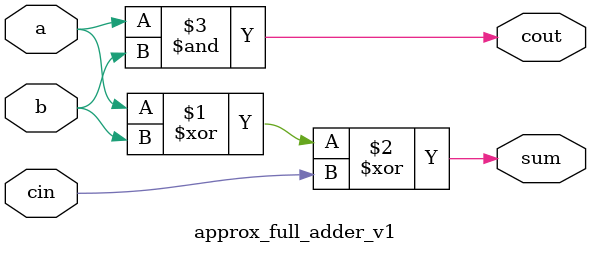
<source format=v>
module approx_full_adder_v1 (
    input  wire a,
    input  wire b,
    input  wire cin,
    output wire sum,
    output wire cout
);
    // Exact Sum calculation
    assign sum = a ^ b ^ cin;

    // Approximate Carry-Out calculation (ignores cin)
    assign cout = a & b;
endmodule

</source>
